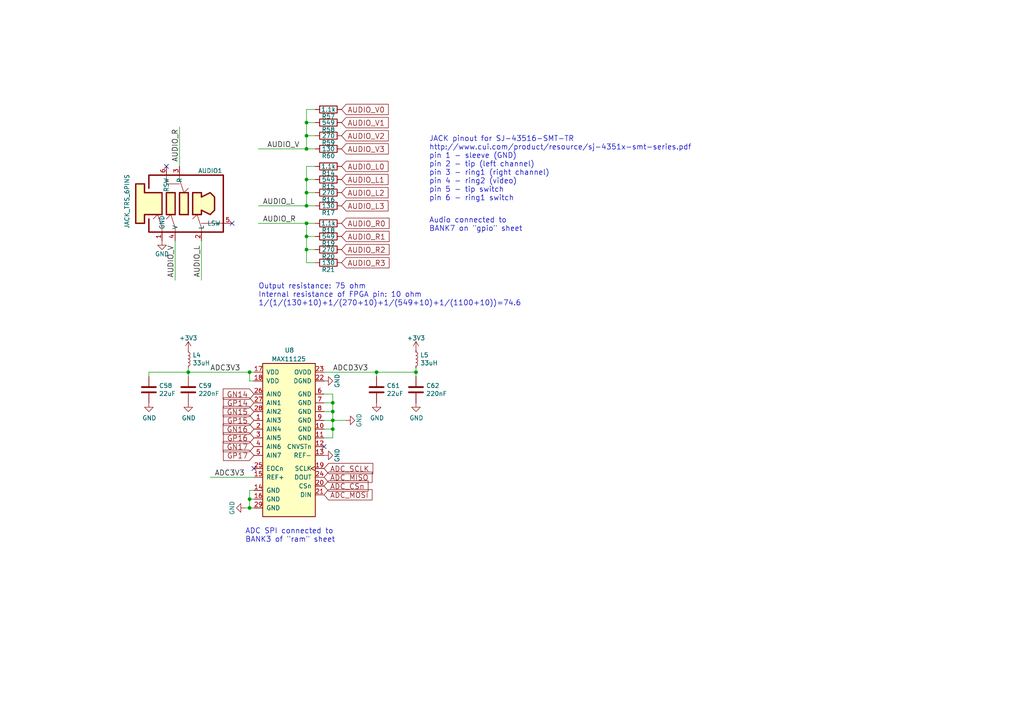
<source format=kicad_sch>
(kicad_sch (version 20211123) (generator eeschema)
  (paper "A4")
  (title_block (title "ULX3S") (rev "1.0.4") (company "EMARD") (comment 1 "Analog audio and video"))
  (lib_symbols
    (symbol "Device:C" (pin_numbers hide) (pin_names (offset 0.254))
      (property "Reference" "C" (at 0.635 2.54 0))
      (property "Value" "C" (at 0.635 -2.54 0))
      (symbol "C_0_1"
        (polyline (pts (xy -2.032 -0.762) (xy 2.032 -0.762)) (stroke (width 0.508)))
        (polyline (pts (xy -2.032 0.762) (xy 2.032 0.762)) (stroke (width 0.508)))
      )
      (symbol "C_1_1"
        (pin passive line (at 0 3.81 270) (length 2.794) (name "~") (number "1"))
        (pin passive line (at 0 -3.81 90) (length 2.794) (name "~") (number "2"))
      )
    )
    (symbol "Device:L_Small" (pin_numbers hide) (pin_names (offset 0.254) hide)
      (property "Reference" "L" (at 0.762 1.016 0))
      (property "Value" "L_Small" (at 0.762 -1.016 0))
      (symbol "L_Small_0_1"
        (arc (start 0 -2.032) (mid 0.508 -1.524) (end 0 -1.016))
        (arc (start 0 -1.016) (mid 0.508 -0.508) (end 0 0))
        (arc (start 0 0) (mid 0.508 0.508) (end 0 1.016))
        (arc (start 0 1.016) (mid 0.508 1.524) (end 0 2.032))
      )
      (symbol "L_Small_1_1"
        (pin passive line (at 0 2.54 270) (length 0.508) (name "~") (number "1"))
        (pin passive line (at 0 -2.54 90) (length 0.508) (name "~") (number "2"))
      )
    )
    (symbol "Device:R" (pin_numbers hide) (pin_names (offset 0))
      (property "Reference" "R" (at 2.032 0 90))
      (property "Value" "R" (at 0 0 90))
      (symbol "R_0_1"
        (rectangle (start -1.016 -2.54) (end 1.016 2.54) (stroke (width 0.254)))
      )
      (symbol "R_1_1"
        (pin passive line (at 0 3.81 270) (length 1.27) (name "~") (number "1"))
        (pin passive line (at 0 -3.81 90) (length 1.27) (name "~") (number "2"))
      )
    )
    (symbol "jack_trs_6pins_apple:JACK_TRS_6PINS_APPLE" (pin_names (offset 0.762))
      (property "Reference" "J" (at 8.89 1.27 0))
      (property "Value" "JACK_TRS_6PINS_APPLE" (at -31.75 1.27 0))
      (symbol "JACK_TRS_6PINS_APPLE_0_1"
        (polyline (pts (xy 6.35 -5.08) (xy 0 -5.08)))
        (polyline (pts (xy -10.16 8.89) (xy -10.16 6.35) (xy -6.35 6.35)))
        (polyline (pts (xy -13.97 -3.81) (xy -12.7 -2.54) (xy -11.43 -6.35) (xy -11.43 -7.62)))
        (polyline (pts (xy -10.16 -3.81) (xy -8.89 -2.54) (xy -7.62 -6.35) (xy -7.62 -7.62)))
        (polyline (pts (xy -3.81 5.08) (xy -5.08 3.81) (xy -6.35 7.62) (xy -6.35 8.89)))
        (polyline (pts (xy -2.54 -3.81) (xy -1.27 -2.54) (xy 0 -6.35) (xy 0 -7.62)))
        (polyline (pts (xy -7.62 -2.54) (xy -7.62 3.81) (xy -10.16 3.81) (xy -10.16 -2.54) (xy -7.62 -2.54)) (stroke (width 0.4064)) (fill (type background)))
        (polyline (pts (xy -3.81 -2.54) (xy -3.81 3.81) (xy -6.35 3.81) (xy -6.35 -2.54) (xy -3.81 -2.54)) (stroke (width 0.4064)) (fill (type background)))
        (polyline (pts (xy -15.24 5.08) (xy -15.24 8.89) (xy 6.35 8.89) (xy 6.35 -7.62) (xy -15.24 -7.62) (xy -15.24 -3.81)) (stroke (width 0.4064)))
        (polyline (pts (xy -11.43 -2.54) (xy -11.43 3.81) (xy -16.51 3.81) (xy -16.51 6.35) (xy -19.05 6.35) (xy -19.05 -5.08) (xy -16.51 -5.08) (xy -16.51 -2.54) (xy -11.43 -2.54)) (stroke (width 0.4064)) (fill (type background)))
        (polyline (pts (xy -2.54 -2.54) (xy -2.54 3.81) (xy 0 3.81) (xy 0 2.54) (xy 2.54 3.81) (xy 3.81 2.54) (xy 3.81 -1.27) (xy 2.54 -2.54) (xy 0 -1.27) (xy 0 -2.54) (xy -2.54 -2.54)) (stroke (width 0.4064)) (fill (type background)))
      )
      (symbol "JACK_TRS_6PINS_APPLE_1_1"
        (pin passive line (at -11.43 -10.16 90) (length 2.54) (name "GND") (number "1"))
        (pin passive line (at 0 -10.16 90) (length 2.54) (name "L") (number "2"))
        (pin passive line (at -6.35 11.43 270) (length 2.54) (name "R") (number "3"))
        (pin passive line (at -7.62 -10.16 90) (length 2.54) (name "V") (number "4"))
        (pin passive line (at 8.89 -5.08 180) (length 2.54) (name "LSW") (number "5"))
        (pin passive line (at -10.16 11.43 270) (length 2.54) (name "RSW") (number "6"))
      )
    )
    (symbol "max1112x:MAX1112x" (pin_names (offset 1.016))
      (property "Reference" "U" (at -1.27 22.86 0))
      (property "Value" "MAX1112x" (at -5.08 20.32 0))
      (property "Datasheet" "http://www.nxp.com/documents/data_sheet/MAX11123.pdf" (at 0 1.27 0))
      (symbol "MAX1112x_0_1"
        (rectangle (start -7.62 19.05) (end 7.62 -25.4) (stroke (width 0.254)) (fill (type background)))
      )
      (symbol "MAX1112x_1_1"
        (pin output line (at -10.16 2.54 0) (length 2.54) (name "AIN3") (number "1"))
        (pin output line (at 10.16 0 180) (length 2.54) (name "GND") (number "10"))
        (pin output line (at 10.16 -2.54 180) (length 2.54) (name "GND") (number "11"))
        (pin output line (at 10.16 -5.08 180) (length 2.54) (name "CNVSTn") (number "12"))
        (pin input line (at 10.16 -7.62 180) (length 2.54) (name "REF-") (number "13"))
        (pin power_in line (at -10.16 -17.78 0) (length 2.54) (name "GND") (number "14"))
        (pin output line (at -10.16 -13.97 0) (length 2.54) (name "REF+") (number "15"))
        (pin power_in line (at -10.16 -20.32 0) (length 2.54) (name "GND") (number "16"))
        (pin power_in line (at -10.16 16.51 0) (length 2.54) (name "VDD") (number "17"))
        (pin power_in line (at -10.16 13.97 0) (length 2.54) (name "VDD") (number "18"))
        (pin output clock (at 10.16 -11.43 180) (length 2.54) (name "SCLK") (number "19"))
        (pin output line (at -10.16 0 0) (length 2.54) (name "AIN4") (number "2"))
        (pin output line (at 10.16 -16.51 180) (length 2.54) (name "CSn") (number "20"))
        (pin output line (at 10.16 -19.05 180) (length 2.54) (name "DIN") (number "21"))
        (pin power_in line (at 10.16 13.97 180) (length 2.54) (name "DGND") (number "22"))
        (pin output line (at 10.16 16.51 180) (length 2.54) (name "OVDD") (number "23"))
        (pin output line (at 10.16 -13.97 180) (length 2.54) (name "DOUT") (number "24"))
        (pin power_in line (at -10.16 -11.43 0) (length 2.54) (name "EOCn") (number "25"))
        (pin input line (at -10.16 10.16 0) (length 2.54) (name "AIN0") (number "26"))
        (pin input line (at -10.16 7.62 0) (length 2.54) (name "AIN1") (number "27"))
        (pin output line (at -10.16 5.08 0) (length 2.54) (name "AIN2") (number "28"))
        (pin power_in line (at -10.16 -22.86 0) (length 2.54) (name "GND") (number "29"))
        (pin output line (at -10.16 -2.54 0) (length 2.54) (name "AIN5") (number "3"))
        (pin output line (at -10.16 -5.08 0) (length 2.54) (name "AIN6") (number "4"))
        (pin input line (at -10.16 -7.62 0) (length 2.54) (name "AIN7") (number "5"))
        (pin input line (at 10.16 10.16 180) (length 2.54) (name "GND") (number "6"))
        (pin input line (at 10.16 7.62 180) (length 2.54) (name "GND") (number "7"))
        (pin output line (at 10.16 5.08 180) (length 2.54) (name "GND") (number "8"))
        (pin output line (at 10.16 2.54 180) (length 2.54) (name "GND") (number "9"))
      )
    )
    (symbol "power:+3V3" (power) (pin_names (offset 0))
      (property "Value" "+3V3" (at 0 3.556 0))
      (symbol "+3V3_0_1"
        (polyline (pts (xy -0.762 1.27) (xy 0 2.54)))
        (polyline (pts (xy 0 0) (xy 0 2.54)))
        (polyline (pts (xy 0 2.54) (xy 0.762 1.27)))
      )
      (symbol "+3V3_1_1"
        (pin power_in line (at 0 0 90) (length 0) hide (name "+3V3") (number "1"))
      )
    )
    (symbol "power:GND" (power) (pin_names (offset 0))
      (property "Value" "GND" (at 0 -3.81 0))
      (symbol "GND_0_1"
        (polyline (pts (xy 0 0) (xy 0 -1.27) (xy 1.27 -1.27) (xy 0 -2.54) (xy -1.27 -1.27) (xy 0 -1.27)))
      )
      (symbol "GND_1_1"
        (pin power_in line (at 0 0 270) (length 0) hide (name "GND") (number "1"))
      )
    )
  )
  (junction (at 72.39 107.95))
  (junction (at 88.9 59.69))
  (junction (at 96.52 121.92))
  (junction (at 88.9 43.18))
  (junction (at 88.9 52.07))
  (junction (at 96.52 119.38))
  (junction (at 88.9 35.56))
  (junction (at 72.39 147.32))
  (junction (at 109.22 107.95))
  (junction (at 88.9 72.39))
  (junction (at 88.9 68.58))
  (junction (at 72.39 144.78))
  (junction (at 96.52 116.84))
  (junction (at 88.9 64.77))
  (junction (at 88.9 39.37))
  (junction (at 120.65 107.95))
  (junction (at 96.52 124.46))
  (junction (at 54.61 107.95))
  (junction (at 88.9 55.88))
  (no_connect (at 48.26 48.26))
  (no_connect (at 67.31 64.77))
  (no_connect (at 73.66 135.89))
  (no_connect (at 93.98 129.54))
  (wire (pts (xy 88.9 43.18) (xy 91.44 43.18)))
  (wire (pts (xy 54.61 107.95) (xy 54.61 109.22)))
  (wire (pts (xy 50.8 69.85) (xy 50.8 81.28)))
  (wire (pts (xy 73.66 138.43) (xy 60.96 138.43)))
  (wire (pts (xy 88.9 39.37) (xy 88.9 43.18)))
  (wire (pts (xy 54.61 107.95) (xy 43.18 107.95)))
  (wire (pts (xy 73.66 142.24) (xy 72.39 142.24)))
  (wire (pts (xy 54.61 107.95) (xy 72.39 107.95)))
  (wire (pts (xy 88.9 68.58) (xy 88.9 72.39)))
  (wire (pts (xy 88.9 68.58) (xy 91.44 68.58)))
  (wire (pts (xy 88.9 52.07) (xy 88.9 55.88)))
  (wire (pts (xy 96.52 121.92) (xy 100.33 121.92)))
  (wire (pts (xy 74.93 59.69) (xy 88.9 59.69)))
  (wire (pts (xy 120.65 106.68) (xy 120.65 107.95)))
  (wire (pts (xy 88.9 64.77) (xy 91.44 64.77)))
  (wire (pts (xy 74.93 64.77) (xy 88.9 64.77)))
  (wire (pts (xy 72.39 110.49) (xy 73.66 110.49)))
  (wire (pts (xy 88.9 31.75) (xy 88.9 35.56)))
  (wire (pts (xy 71.12 147.32) (xy 72.39 147.32)))
  (wire (pts (xy 109.22 107.95) (xy 109.22 109.22)))
  (wire (pts (xy 96.52 121.92) (xy 96.52 124.46)))
  (wire (pts (xy 120.65 107.95) (xy 109.22 107.95)))
  (wire (pts (xy 88.9 48.26) (xy 88.9 52.07)))
  (wire (pts (xy 72.39 144.78) (xy 72.39 147.32)))
  (wire (pts (xy 74.93 43.18) (xy 88.9 43.18)))
  (wire (pts (xy 54.61 106.68) (xy 54.61 107.95)))
  (wire (pts (xy 120.65 107.95) (xy 120.65 109.22)))
  (wire (pts (xy 43.18 107.95) (xy 43.18 109.22)))
  (wire (pts (xy 88.9 48.26) (xy 91.44 48.26)))
  (wire (pts (xy 58.42 69.85) (xy 58.42 81.28)))
  (wire (pts (xy 88.9 72.39) (xy 91.44 72.39)))
  (wire (pts (xy 72.39 107.95) (xy 72.39 110.49)))
  (wire (pts (xy 72.39 147.32) (xy 73.66 147.32)))
  (wire (pts (xy 88.9 52.07) (xy 91.44 52.07)))
  (wire (pts (xy 72.39 142.24) (xy 72.39 144.78)))
  (wire (pts (xy 88.9 35.56) (xy 88.9 39.37)))
  (wire (pts (xy 88.9 64.77) (xy 88.9 68.58)))
  (wire (pts (xy 93.98 107.95) (xy 109.22 107.95)))
  (wire (pts (xy 93.98 121.92) (xy 96.52 121.92)))
  (wire (pts (xy 88.9 55.88) (xy 91.44 55.88)))
  (wire (pts (xy 88.9 31.75) (xy 91.44 31.75)))
  (wire (pts (xy 93.98 114.3) (xy 96.52 114.3)))
  (wire (pts (xy 52.07 48.26) (xy 52.07 36.83)))
  (wire (pts (xy 88.9 59.69) (xy 91.44 59.69)))
  (wire (pts (xy 96.52 119.38) (xy 96.52 121.92)))
  (wire (pts (xy 96.52 127) (xy 93.98 127)))
  (wire (pts (xy 88.9 35.56) (xy 91.44 35.56)))
  (wire (pts (xy 93.98 119.38) (xy 96.52 119.38)))
  (wire (pts (xy 96.52 114.3) (xy 96.52 116.84)))
  (wire (pts (xy 93.98 116.84) (xy 96.52 116.84)))
  (wire (pts (xy 88.9 72.39) (xy 88.9 76.2)))
  (wire (pts (xy 88.9 76.2) (xy 91.44 76.2)))
  (wire (pts (xy 73.66 144.78) (xy 72.39 144.78)))
  (wire (pts (xy 96.52 124.46) (xy 96.52 127)))
  (wire (pts (xy 93.98 124.46) (xy 96.52 124.46)))
  (wire (pts (xy 88.9 55.88) (xy 88.9 59.69)))
  (wire (pts (xy 88.9 39.37) (xy 91.44 39.37)))
  (wire (pts (xy 96.52 116.84) (xy 96.52 119.38)))
  (wire (pts (xy 72.39 107.95) (xy 73.66 107.95)))
  (text "JACK pinout for SJ-43516-SMT-TR\nhttp://www.cui.com/product/resource/sj-4351x-smt-series.pdf\npin 1 - sleeve (GND)\npin 2 - tip (left channel)\npin 3 - ring1 (right channel)\npin 4 - ring2 (video)\npin 5 - tip switch\npin 6 - ring1 switch" (at 124.46 58.42 0) (effects (font (size 1.524 1.524)) (justify left bottom)))
  (text "ADC SPI connected to\nBANK3 of \"ram\" sheet" (at 71.12 157.48 0) (effects (font (size 1.524 1.524)) (justify left bottom)))
  (text "Output resistance: 75 ohm\nInternal resistance of FPGA pin: 10 ohm\n1/(1/(130+10)+1/(270+10)+1/(549+10)+1/(1100+10))=74.6" (at 74.93 88.9 0) (effects (font (size 1.524 1.524)) (justify left bottom)))
  (text "Audio connected to\nBANK7 on \"gpio\" sheet" (at 124.46 67.31 0) (effects (font (size 1.524 1.524)) (justify left bottom)))
  (label "AUDIO_L" (at 58.42 71.12 270) (effects (font (size 1.524 1.524))))
  (label "AUDIO_R" (at 52.07 46.99 90) (effects (font (size 1.524 1.524))))
  (label "AUDIO_V" (at 50.8 71.12 270) (effects (font (size 1.524 1.524))))
  (label "AUDIO_R" (at 76.2 64.77 0) (effects (font (size 1.524 1.524))))
  (label "ADC3V3" (at 62.23 138.43 0) (effects (font (size 1.524 1.524))))
  (label "ADCD3V3" (at 96.52 107.95 0) (effects (font (size 1.524 1.524))))
  (label "AUDIO_V" (at 77.47 43.18 0) (effects (font (size 1.524 1.524))))
  (label "AUDIO_L" (at 76.2 59.69 0) (effects (font (size 1.524 1.524))))
  (label "ADC3V3" (at 60.96 107.95 0) (effects (font (size 1.524 1.524))))
  (global_label "AUDIO_L3" (shape input) (at 99.06 59.69 0) (effects (font (size 1.524 1.524))) (property "Intersheet References" "${INTERSHEET_REFS}" (effects hide)))
  (global_label "GN15" (shape input) (at 73.66 119.38 180) (effects (font (size 1.524 1.524))) (property "Intersheet References" "${INTERSHEET_REFS}" (effects hide)))
  (global_label "GN14" (shape input) (at 73.66 114.3 180) (effects (font (size 1.524 1.524))) (property "Intersheet References" "${INTERSHEET_REFS}" (effects hide)))
  (global_label "GP15" (shape input) (at 73.66 121.92 180) (effects (font (size 1.524 1.524))) (property "Intersheet References" "${INTERSHEET_REFS}" (effects hide)))
  (global_label "ADC_MISO" (shape input) (at 93.98 138.43 0) (effects (font (size 1.524 1.524))) (property "Intersheet References" "${INTERSHEET_REFS}" (effects hide)))
  (global_label "GP17" (shape input) (at 73.66 132.08 180) (effects (font (size 1.524 1.524))) (property "Intersheet References" "${INTERSHEET_REFS}" (effects hide)))
  (global_label "AUDIO_R3" (shape input) (at 99.06 76.2 0) (effects (font (size 1.524 1.524))) (property "Intersheet References" "${INTERSHEET_REFS}" (effects hide)))
  (global_label "AUDIO_V2" (shape input) (at 99.06 39.37 0) (effects (font (size 1.524 1.524))) (property "Intersheet References" "${INTERSHEET_REFS}" (effects hide)))
  (global_label "GN16" (shape input) (at 73.66 124.46 180) (effects (font (size 1.524 1.524))) (property "Intersheet References" "${INTERSHEET_REFS}" (effects hide)))
  (global_label "AUDIO_V0" (shape input) (at 99.06 31.75 0) (effects (font (size 1.524 1.524))) (property "Intersheet References" "${INTERSHEET_REFS}" (effects hide)))
  (global_label "AUDIO_L0" (shape input) (at 99.06 48.26 0) (effects (font (size 1.524 1.524))) (property "Intersheet References" "${INTERSHEET_REFS}" (effects hide)))
  (global_label "ADC_SCLK" (shape input) (at 93.98 135.89 0) (effects (font (size 1.524 1.524))) (property "Intersheet References" "${INTERSHEET_REFS}" (effects hide)))
  (global_label "ADC_CSn" (shape input) (at 93.98 140.97 0) (effects (font (size 1.524 1.524))) (property "Intersheet References" "${INTERSHEET_REFS}" (effects hide)))
  (global_label "AUDIO_L2" (shape input) (at 99.06 55.88 0) (effects (font (size 1.524 1.524))) (property "Intersheet References" "${INTERSHEET_REFS}" (effects hide)))
  (global_label "AUDIO_R2" (shape input) (at 99.06 72.39 0) (effects (font (size 1.524 1.524))) (property "Intersheet References" "${INTERSHEET_REFS}" (effects hide)))
  (global_label "GN17" (shape input) (at 73.66 129.54 180) (effects (font (size 1.524 1.524))) (property "Intersheet References" "${INTERSHEET_REFS}" (effects hide)))
  (global_label "AUDIO_V1" (shape input) (at 99.06 35.56 0) (effects (font (size 1.524 1.524))) (property "Intersheet References" "${INTERSHEET_REFS}" (effects hide)))
  (global_label "AUDIO_R1" (shape input) (at 99.06 68.58 0) (effects (font (size 1.524 1.524))) (property "Intersheet References" "${INTERSHEET_REFS}" (effects hide)))
  (global_label "AUDIO_L1" (shape input) (at 99.06 52.07 0) (effects (font (size 1.524 1.524))) (property "Intersheet References" "${INTERSHEET_REFS}" (effects hide)))
  (global_label "AUDIO_V3" (shape input) (at 99.06 43.18 0) (effects (font (size 1.524 1.524))) (property "Intersheet References" "${INTERSHEET_REFS}" (effects hide)))
  (global_label "AUDIO_R0" (shape input) (at 99.06 64.77 0) (effects (font (size 1.524 1.524))) (property "Intersheet References" "${INTERSHEET_REFS}" (effects hide)))
  (global_label "GP16" (shape input) (at 73.66 127 180) (effects (font (size 1.524 1.524))) (property "Intersheet References" "${INTERSHEET_REFS}" (effects hide)))
  (global_label "GP14" (shape input) (at 73.66 116.84 180) (effects (font (size 1.524 1.524))) (property "Intersheet References" "${INTERSHEET_REFS}" (effects hide)))
  (global_label "ADC_MOSI" (shape input) (at 93.98 143.51 0) (effects (font (size 1.524 1.524))) (property "Intersheet References" "${INTERSHEET_REFS}" (effects hide)))
  (symbol (lib_id "jack_trs_6pins_apple:JACK_TRS_6PINS_APPLE") (at 58.42 59.69 0) (unit 1)
    (property "Reference" "AUDIO1" (at 60.96 49.53 0))
    (property "Value" "JACK_TRS_6PINS" (at 36.83 58.42 90))
    (property "Footprint" "audio-jack:CUI_SJ-43516-SMT" (effects hide))
    (property "Datasheet" "http://www.cui.com/product/resource/sj-4351x-smt-series.pdf" (effects hide))
    (property "MNF1_URL" "www.cui.com" (effects hide))
    (property "MFG1" "CUI" (effects hide))
    (property "MPN" "SJ-43516-SMT-TR" (effects hide))
    (property "Mouser" "490-SJ43515TS-SMT-TR" (effects hide))
    (property "Mouse_r1" "490-SJ43515RS-SMT-TR" (effects hide))
    (property "Mouse_r2" "490-SJ-43516-SMT-TR " (effects hide))
    (property "Digikey" "CP-43516SJCT-ND" (effects hide))
    (property "Vertical" "SJ-43516-SMT-TR" (effects hide))
    (property "price100_Vertical" "0.8015$" (effects hide))
    (property "Koncar" "FAU001" (effects hide))
    (property "Side" "T" (effects hide))
  )
  (symbol (lib_id "power:GND") (at 46.99 69.85 0) (unit 1)
    (property "Reference" "#PWR0141" (effects hide))
    (property "Value" "GND" (at 46.99 73.66 0))
  )
  (symbol (lib_id "Device:R") (at 95.25 59.69 270) (unit 1)
    (property "Reference" "R17" (at 95.25 61.722 90))
    (property "Value" "130" (at 95.25 59.69 90))
    (property "Footprint" "Resistor_SMD:R_0603_1608Metric" (effects hide))
    (property "MNF1_URL" "www.yageo.com" (effects hide))
    (property "MPN" "RC0603FR-07130RL" (effects hide))
    (property "Mouser" "603-RC0603FR-07130RL" (effects hide))
    (property "Digikey" "311-130HRCT-ND" (effects hide))
    (property "Newark" "65T8330" (effects hide))
    (property "LCSC" "C269457" (effects hide))
    (property "Koncar" "FR004" (effects hide))
  )
  (symbol (lib_id "Device:R") (at 95.25 55.88 270) (unit 1)
    (property "Reference" "R16" (at 95.25 57.912 90))
    (property "Value" "270" (at 95.25 55.88 90))
    (property "Footprint" "Resistor_SMD:R_0603_1608Metric" (effects hide))
    (property "MNF1_URL" "www.yageo.com" (effects hide))
    (property "MPN" "RC0603FR-07270RL" (effects hide))
    (property "Mouser" "603-AC0603FR-07270RL" (effects hide))
    (property "Mouse_r2" "603-RC0603FR-07270RL" (effects hide))
    (property "Digikey" "311-270HRCT-ND" (effects hide))
    (property "Newark" "64R5333" (effects hide))
    (property "LCSC" "C325609" (effects hide))
    (property "Koncar" "FR010" (effects hide))
  )
  (symbol (lib_id "Device:R") (at 95.25 52.07 270) (unit 1)
    (property "Reference" "R15" (at 95.25 54.102 90))
    (property "Value" "549" (at 95.25 52.07 90))
    (property "Footprint" "Resistor_SMD:R_0603_1608Metric" (effects hide))
    (property "MNF1_URL" "www.yageo.com" (effects hide))
    (property "MPN" "RC0603FR-07549RL" (effects hide))
    (property "Mouser" "603-RC0603FR-07549RL" (effects hide))
    (property "Digikey" "311-549HRCT-ND" (effects hide))
    (property "Newark" "65T8486" (effects hide))
    (property "LCSC" "C308281" (effects hide))
    (property "Koncar" "FR012" (effects hide))
    (property "Side" "TB" (effects hide))
  )
  (symbol (lib_id "Device:R") (at 95.25 48.26 270) (unit 1)
    (property "Reference" "R14" (at 95.25 50.292 90))
    (property "Value" "1.1k" (at 95.25 48.26 90))
    (property "Footprint" "Resistor_SMD:R_0603_1608Metric" (effects hide))
    (property "MNF1_URL" "www.yageo.com" (effects hide))
    (property "MPN" " RC0603FR-071K1L" (effects hide))
    (property "Mouser" "603-RC0603FR-071K1L" (effects hide))
    (property "Mouse_r2" "603-AC0603FR-071K1L" (effects hide))
    (property "Digikey" "P1.10KHCT-ND" (effects hide))
    (property "Newark" "65T8314" (effects hide))
    (property "LCSC" "C269415" (effects hide))
    (property "Koncar" "FR002" (effects hide))
  )
  (symbol (lib_id "Device:R") (at 95.25 76.2 270) (unit 1)
    (property "Reference" "R21" (at 95.25 78.232 90))
    (property "Value" "130" (at 95.25 76.2 90))
    (property "Footprint" "Resistor_SMD:R_0603_1608Metric" (effects hide))
  )
  (symbol (lib_id "Device:R") (at 95.25 72.39 270) (unit 1)
    (property "Reference" "R20" (at 95.25 74.422 90))
    (property "Value" "270" (at 95.25 72.39 90))
    (property "Footprint" "Resistor_SMD:R_0603_1608Metric" (effects hide))
  )
  (symbol (lib_id "Device:R") (at 95.25 68.58 270) (unit 1)
    (property "Reference" "R19" (at 95.25 70.612 90))
    (property "Value" "549" (at 95.25 68.58 90))
    (property "Footprint" "Resistor_SMD:R_0603_1608Metric" (effects hide))
  )
  (symbol (lib_id "Device:R") (at 95.25 64.77 270) (unit 1)
    (property "Reference" "R18" (at 95.25 66.802 90))
    (property "Value" "1.1k" (at 95.25 64.77 90))
    (property "Footprint" "Resistor_SMD:R_0603_1608Metric" (effects hide))
  )
  (symbol (lib_id "power:GND") (at 71.12 147.32 270) (unit 1)
    (property "Reference" "#PWR0139" (effects hide))
    (property "Value" "GND" (at 67.31 147.32 0))
  )
  (symbol (lib_id "power:GND") (at 100.33 121.92 90) (unit 1)
    (property "Reference" "#PWR0145" (effects hide))
    (property "Value" "GND" (at 104.14 121.92 0))
  )
  (symbol (lib_id "max1112x:MAX1112x") (at 83.82 124.46 0) (unit 1)
    (property "Reference" "U8" (at 82.55 101.6 0) (effects (justify left)))
    (property "Value" "MAX11125" (at 78.74 104.14 0) (effects (justify left)))
    (property "Footprint" "max1112x-tqfn28:MAX1112x-TQFN-28-1EP_5x5mm_Pitch0.5mm" (effects hide))
    (property "Datasheet" "https://datasheets.maximintegrated.com/en/ds/MAX11120-MAX11128.pdf" (effects hide))
    (property "Footprint_URL" "https://pdfserv.maximintegrated.com/land_patterns/90-0023.PDF" (effects hide))
    (property "MNF1_URL" "www.maximintegrated.com" (effects hide))
    (property "MPN" "MAX11125ATI+" (effects hide))
    (property "MNF2_URL" "www.maximintegrated.com" (effects hide))
    (property "MPN2" "MAX11123ATI+" (effects hide))
    (property "Mouser" "700-MAX11125ATI+" (effects hide))
    (property "Digikey" "MAX11125ATI+-ND" (effects hide))
    (property "price100_Digikey" "2.92$" (effects hide))
    (property "LCSC" "C490299" (effects hide))
    (property "LowCost" "700-MAX11123ATI+" (effects hide))
    (property "Koncar" "FU005" (effects hide))
    (property "Side" "T" (effects hide))
  )
  (symbol (lib_id "power:+3V3") (at 54.61 101.6 0) (unit 1)
    (property "Reference" "#PWR0138" (effects hide))
    (property "Value" "+3V3" (at 54.61 98.044 0))
  )
  (symbol (lib_id "power:GND") (at 93.98 110.49 90) (unit 1)
    (property "Reference" "#PWR0142" (effects hide))
    (property "Value" "GND" (at 97.79 110.49 0))
  )
  (symbol (lib_id "power:GND") (at 93.98 132.08 90) (unit 1)
    (property "Reference" "#PWR0143" (effects hide))
    (property "Value" "GND" (at 97.79 132.08 0))
  )
  (symbol (lib_id "Device:R") (at 95.25 43.18 270) (unit 1)
    (property "Reference" "R60" (at 95.25 45.212 90))
    (property "Value" "130" (at 95.25 43.18 90))
    (property "Footprint" "Resistor_SMD:R_0603_1608Metric" (effects hide))
  )
  (symbol (lib_id "Device:R") (at 95.25 39.37 270) (unit 1)
    (property "Reference" "R59" (at 95.25 41.402 90))
    (property "Value" "270" (at 95.25 39.37 90))
    (property "Footprint" "Resistor_SMD:R_0603_1608Metric" (effects hide))
  )
  (symbol (lib_id "Device:R") (at 95.25 35.56 270) (unit 1)
    (property "Reference" "R58" (at 95.25 37.592 90))
    (property "Value" "549" (at 95.25 35.56 90))
    (property "Footprint" "Resistor_SMD:R_0603_1608Metric" (effects hide))
  )
  (symbol (lib_id "Device:R") (at 95.25 31.75 270) (unit 1)
    (property "Reference" "R57" (at 95.25 33.782 90))
    (property "Value" "1.1k" (at 95.25 31.75 90))
    (property "Footprint" "Resistor_SMD:R_0603_1608Metric" (effects hide))
  )
  (symbol (lib_id "Device:L_Small") (at 54.61 104.14 0) (unit 1)
    (property "Reference" "L4" (at 55.8292 102.9716 0) (effects (justify left)))
    (property "Value" "33uH" (at 55.8292 105.283 0) (effects (justify left)))
    (property "Footprint" "Inductor_SMD:L_0805_2012Metric_Pad1.15x1.40mm_HandSolder" (effects hide))
    (property "MNF1_URL" "www.bourns.com" (effects hide))
    (property "MPN" "CV201210-330K" (effects hide))
    (property "Mouser" "652-CV201210-330K" (effects hide))
    (property "Digikey" "CV201210-330KCT-ND" (effects hide))
    (property "Newark" "44AC1927" (effects hide))
    (property "LCSC" "C412010" (effects hide))
    (property "Koncar" "FL002" (effects hide))
  )
  (symbol (lib_id "Device:C") (at 54.61 113.03 0) (unit 1)
    (property "Reference" "C59" (at 57.531 111.8616 0) (effects (justify left)))
    (property "Value" "220nF" (at 57.531 114.173 0) (effects (justify left)))
    (property "Footprint" "Capacitor_SMD:C_0603_1608Metric" (effects hide))
  )
  (symbol (lib_id "Device:C") (at 43.18 113.03 0) (unit 1)
    (property "Reference" "C58" (at 46.101 111.8616 0) (effects (justify left)))
    (property "Value" "22uF" (at 46.101 114.173 0) (effects (justify left)))
    (property "Footprint" "Capacitor_SMD:C_0805_2012Metric" (effects hide))
  )
  (symbol (lib_id "power:GND") (at 43.18 116.84 0) (unit 1)
    (property "Reference" "#PWR0140" (effects hide))
    (property "Value" "GND" (at 43.307 121.2342 0))
  )
  (symbol (lib_id "power:GND") (at 54.61 116.84 0) (unit 1)
    (property "Reference" "#PWR0144" (effects hide))
    (property "Value" "GND" (at 54.737 121.2342 0))
  )
  (symbol (lib_id "power:+3V3") (at 120.65 101.6 0) (unit 1)
    (property "Reference" "#PWR0176" (effects hide))
    (property "Value" "+3V3" (at 120.65 98.044 0))
  )
  (symbol (lib_id "Device:L_Small") (at 120.65 104.14 0) (unit 1)
    (property "Reference" "L5" (at 121.8692 102.9716 0) (effects (justify left)))
    (property "Value" "33uH" (at 121.8692 105.283 0) (effects (justify left)))
    (property "Footprint" "Inductor_SMD:L_0805_2012Metric_Pad1.15x1.40mm_HandSolder" (effects hide))
    (property "MNF1_URL" "www.bourns.com" (effects hide))
    (property "MPN" "CV201210-330K" (effects hide))
    (property "Mouser" "652-CV201210-330K" (effects hide))
    (property "Digikey" "CV201210-330KCT-ND" (effects hide))
    (property "Koncar" "FL002" (effects hide))
  )
  (symbol (lib_id "Device:C") (at 120.65 113.03 0) (unit 1)
    (property "Reference" "C62" (at 123.571 111.8616 0) (effects (justify left)))
    (property "Value" "220nF" (at 123.571 114.173 0) (effects (justify left)))
    (property "Footprint" "Capacitor_SMD:C_0603_1608Metric" (effects hide))
  )
  (symbol (lib_id "Device:C") (at 109.22 113.03 0) (unit 1)
    (property "Reference" "C61" (at 112.141 111.8616 0) (effects (justify left)))
    (property "Value" "22uF" (at 112.141 114.173 0) (effects (justify left)))
    (property "Footprint" "Capacitor_SMD:C_0805_2012Metric" (effects hide))
  )
  (symbol (lib_id "power:GND") (at 109.22 116.84 0) (unit 1)
    (property "Reference" "#PWR0175" (effects hide))
    (property "Value" "GND" (at 109.347 121.2342 0))
  )
  (symbol (lib_id "power:GND") (at 120.65 116.84 0) (unit 1)
    (property "Reference" "#PWR0177" (effects hide))
    (property "Value" "GND" (at 120.777 121.2342 0))
  )
)
</source>
